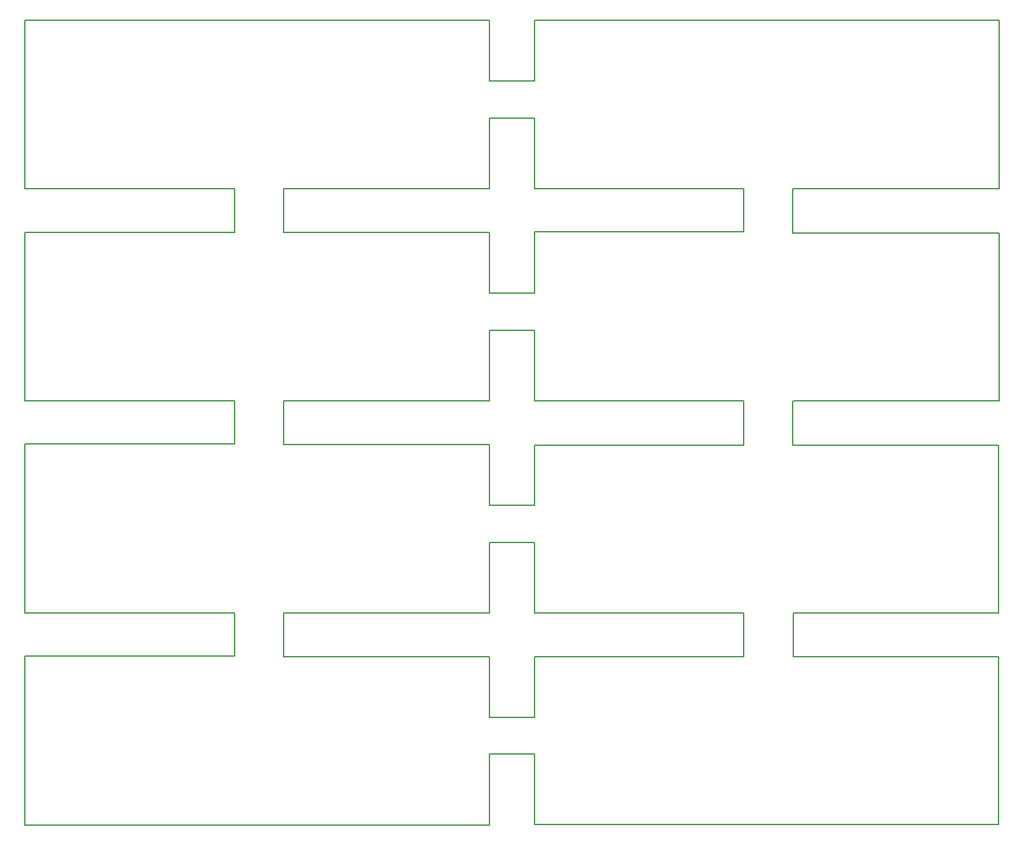
<source format=gbr>
G04 #@! TF.GenerationSoftware,KiCad,Pcbnew,5.0.2-bee76a0~70~ubuntu18.04.1*
G04 #@! TF.CreationDate,2019-05-10T18:36:06+02:00*
G04 #@! TF.ProjectId,m3_2x4_panel,6d335f32-7834-45f7-9061-6e656c2e6b69,rev?*
G04 #@! TF.SameCoordinates,Original*
G04 #@! TF.FileFunction,Profile,NP*
%FSLAX46Y46*%
G04 Gerber Fmt 4.6, Leading zero omitted, Abs format (unit mm)*
G04 Created by KiCad (PCBNEW 5.0.2-bee76a0~70~ubuntu18.04.1) date Fr 10 Mai 2019 18:36:06 CEST*
%MOMM*%
%LPD*%
G01*
G04 APERTURE LIST*
%ADD10C,0.150000*%
G04 APERTURE END LIST*
D10*
X179578000Y-60198000D02*
X179578000Y-38417500D01*
X179578000Y-87693500D02*
X179578000Y-65913000D01*
X179514500Y-115189000D02*
X179514500Y-93472000D01*
X152908000Y-115189000D02*
X179514500Y-115189000D01*
X152908000Y-120904000D02*
X152908000Y-115189000D01*
X179514500Y-120904000D02*
X152908000Y-120904000D01*
X179514500Y-142684500D02*
X179514500Y-120904000D01*
X119380000Y-142684500D02*
X179514500Y-142684500D01*
X53340000Y-120840500D02*
X80518000Y-120840500D01*
X86868000Y-120904000D02*
X113538000Y-120904000D01*
X53340000Y-93281500D02*
X80518000Y-93281500D01*
X86868000Y-93345000D02*
X113538000Y-93345000D01*
X113538000Y-65849500D02*
X86868000Y-65849500D01*
X53340000Y-65849500D02*
X80518000Y-65849500D01*
X119380000Y-46228000D02*
X119380000Y-38354000D01*
X119380000Y-60198000D02*
X119380000Y-51054000D01*
X152844500Y-65913000D02*
X179578000Y-65913000D01*
X146494500Y-65786000D02*
X119380000Y-65786000D01*
X152844500Y-93472000D02*
X179514500Y-93472000D01*
X119380000Y-93472000D02*
X146494500Y-93472000D01*
X146494500Y-120904000D02*
X119380000Y-120904000D01*
X119380000Y-65786000D02*
X119380000Y-73660000D01*
X119380000Y-87630000D02*
X119380000Y-78549500D01*
X119380000Y-101219000D02*
X119380000Y-93472000D01*
X119380000Y-106045000D02*
X119380000Y-115189000D01*
X119380000Y-120904000D02*
X119380000Y-128714500D01*
X119380000Y-142684500D02*
X119380000Y-133540500D01*
X53340000Y-142748000D02*
X113538000Y-142748000D01*
X113538000Y-120904000D02*
X113538000Y-128728000D01*
X113538000Y-93354000D02*
X113538000Y-101228000D01*
X113538000Y-65854000D02*
X113538000Y-73728000D01*
X146494500Y-115189000D02*
X146494500Y-120904000D01*
X80518000Y-115198000D02*
X80518000Y-120840500D01*
X146494500Y-87693500D02*
X146494500Y-93472000D01*
X80518000Y-87698000D02*
X80518000Y-93281500D01*
X146494500Y-60198000D02*
X146494500Y-65786000D01*
X113538000Y-133540500D02*
X113538000Y-142748000D01*
X113538000Y-106045000D02*
X113538000Y-115198000D01*
X113538000Y-78554000D02*
X113538000Y-87698000D01*
X86868000Y-115198000D02*
X86868000Y-120904000D01*
X152844500Y-87693500D02*
X152844500Y-93472000D01*
X86868000Y-87698000D02*
X86868000Y-93345000D01*
X152844500Y-60198000D02*
X152844500Y-65913000D01*
X113538000Y-128728000D02*
X119380000Y-128728000D01*
X113538000Y-101228000D02*
X119380000Y-101228000D01*
X113538000Y-73728000D02*
X119380000Y-73728000D01*
X113538000Y-133540500D02*
X119380000Y-133540500D01*
X113538000Y-106045000D02*
X119380000Y-106045000D01*
X113538000Y-78554000D02*
X119380000Y-78554000D01*
X86868000Y-115198000D02*
X113538000Y-115198000D01*
X152868000Y-87698000D02*
X179538000Y-87698000D01*
X86868000Y-87698000D02*
X113538000Y-87698000D01*
X152868000Y-60198000D02*
X179538000Y-60198000D01*
X146494500Y-115189000D02*
X119380000Y-115189000D01*
X80518000Y-115198000D02*
X53340000Y-115198000D01*
X146494500Y-87693500D02*
X119340000Y-87698000D01*
X80518000Y-87698000D02*
X53340000Y-87698000D01*
X146494500Y-60198000D02*
X119340000Y-60198000D01*
X53340000Y-120854000D02*
X53340000Y-142748000D01*
X53340000Y-93354000D02*
X53340000Y-115198000D01*
X53340000Y-65854000D02*
X53340000Y-87698000D01*
X179538000Y-38354000D02*
X119380000Y-38354000D01*
X86868000Y-60198000D02*
X113538000Y-60198000D01*
X80518000Y-60198000D02*
X53340000Y-60198000D01*
X113538000Y-51054000D02*
X113538000Y-60198000D01*
X113538000Y-38354000D02*
X113538000Y-46228000D01*
X113538000Y-51054000D02*
X119380000Y-51054000D01*
X113538000Y-46228000D02*
X119380000Y-46228000D01*
X86868000Y-60198000D02*
X86868000Y-65849500D01*
X80518000Y-60198000D02*
X80518000Y-65849500D01*
X53340000Y-38354000D02*
X53340000Y-60198000D01*
X113538000Y-38354000D02*
X53340000Y-38354000D01*
M02*

</source>
